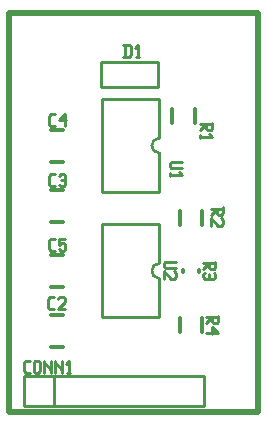
<source format=gbr>
G04 start of page 7 for group -4079 idx -4079 *
G04 Title: (unknown), topsilk *
G04 Creator: pcb 20100929 *
G04 CreationDate: Mon Oct  3 15:02:58 2011 UTC *
G04 For: user1 *
G04 Format: Gerber/RS-274X *
G04 PCB-Dimensions: 200000 300000 *
G04 PCB-Coordinate-Origin: lower left *
%MOIN*%
%FSLAX25Y25*%
%LNFRONTSILK*%
%ADD11C,0.0200*%
%ADD29C,0.0100*%
%ADD30C,0.0130*%
%ADD31C,0.0110*%
G54D11*X51000Y250500D02*Y117500D01*
X134000D01*
Y250500D01*
X51000D01*
G54D29*X82000Y221750D02*X101000D01*
X82000D02*Y190750D01*
X101000D01*
Y221750D02*Y208750D01*
Y203750D02*Y190750D01*
Y208750D02*G75*G03X101000Y203750I0J-2500D01*G01*
G54D30*X112740Y218621D02*Y213897D01*
X105260Y218621D02*Y213897D01*
G54D31*X100566Y234134D02*Y225866D01*
X81472D02*X100566D01*
X81472Y234134D02*Y225866D01*
Y234134D02*X100566D01*
G54D30*X115240Y184362D02*Y179638D01*
X107760Y184362D02*Y179638D01*
X114255Y164893D02*Y164107D01*
X108745Y164893D02*Y164107D01*
X115240Y148862D02*Y144138D01*
X107760Y148862D02*Y144138D01*
G54D29*X82000Y180000D02*X101000D01*
X82000D02*Y149000D01*
X101000D01*
Y180000D02*Y167000D01*
Y162000D02*Y149000D01*
Y167000D02*G75*G03X101000Y162000I0J-2500D01*G01*
G54D30*X65032Y191314D02*X68968D01*
X65032Y180686D02*X68968D01*
X65032Y149814D02*X68968D01*
X65032Y139186D02*X68968D01*
G54D29*X56000Y119500D02*X116000D01*
Y129500D02*Y119500D01*
X56000Y129500D02*X116000D01*
X56000D02*Y119500D01*
X66000Y129500D02*Y119500D01*
X56000Y129500D02*X66000D01*
G54D30*X65032Y211314D02*X68968D01*
X65032Y200686D02*X68968D01*
X65032Y169814D02*X68968D01*
X65032Y159186D02*X68968D01*
G54D29*X105000Y200750D02*X108500D01*
X105000D02*X104500Y200250D01*
Y199250D01*
X105000Y198750D01*
X108500D01*
X104500Y197049D02*Y196049D01*
Y196549D02*X108500D01*
X107500Y197549D02*X108500Y196549D01*
X118650Y213909D02*Y211909D01*
X118150Y211409D01*
X117150D02*X118150D01*
X116650Y211909D02*X117150Y211409D01*
X116650Y213409D02*Y211909D01*
X114650Y213409D02*X118650D01*
X116650D02*X114650Y211409D01*
Y209708D02*Y208708D01*
Y209208D02*X118650D01*
X117650Y210208D02*X118650Y209208D01*
X89531Y239827D02*Y235827D01*
X91031Y239827D02*X91531Y239327D01*
Y236327D01*
X91031Y235827D02*X91531Y236327D01*
X89031Y235827D02*X91031D01*
X89031Y239827D02*X91031D01*
X93232Y235827D02*X94232D01*
X93732Y239827D02*Y235827D01*
X92732Y238827D02*X93732Y239827D01*
X122150Y185693D02*Y183693D01*
X121650Y183193D01*
X120650D02*X121650D01*
X120150Y183693D02*X120650Y183193D01*
X120150Y185193D02*Y183693D01*
X118150Y185193D02*X122150D01*
X120150D02*X118150Y183193D01*
X121650Y181992D02*X122150Y181492D01*
Y179992D01*
X121650Y179492D01*
X120650D02*X121650D01*
X118150Y181992D02*X120650Y179492D01*
X118150Y181992D02*Y179492D01*
X119650Y167607D02*Y165607D01*
X119150Y165107D01*
X118150D02*X119150D01*
X117650Y165607D02*X118150Y165107D01*
X117650Y167107D02*Y165607D01*
X115650Y167107D02*X119650D01*
X117650D02*X115650Y165107D01*
X119150Y163906D02*X119650Y163406D01*
Y162406D01*
X119150Y161906D01*
X116150D02*X119150D01*
X115650Y162406D02*X116150Y161906D01*
X115650Y163406D02*Y162406D01*
X116150Y163906D02*X115650Y163406D01*
X117650D02*Y161906D01*
X120650Y149607D02*Y147607D01*
X120150Y147107D01*
X119150D02*X120150D01*
X118650Y147607D02*X119150Y147107D01*
X118650Y149107D02*Y147607D01*
X116650Y149107D02*X120650D01*
X118650D02*X116650Y147107D01*
X118650Y145906D02*X120650Y143906D01*
X118650Y145906D02*Y143406D01*
X116650Y143906D02*X120650D01*
X103000Y167500D02*X106500D01*
X103000D02*X102500Y167000D01*
Y166000D01*
X103000Y165500D01*
X106500D01*
X106000Y164299D02*X106500Y163799D01*
Y162299D01*
X106000Y161799D01*
X105000D02*X106000D01*
X102500Y164299D02*X105000Y161799D01*
X102500Y164299D02*Y161799D01*
X64850Y192650D02*X66350D01*
X64350Y193150D02*X64850Y192650D01*
X64350Y196150D02*Y193150D01*
Y196150D02*X64850Y196650D01*
X66350D01*
X67551Y196150D02*X68051Y196650D01*
X69051D01*
X69551Y196150D01*
Y193150D01*
X69051Y192650D02*X69551Y193150D01*
X68051Y192650D02*X69051D01*
X67551Y193150D02*X68051Y192650D01*
Y194650D02*X69551D01*
X64393Y151650D02*X65893D01*
X63893Y152150D02*X64393Y151650D01*
X63893Y155150D02*Y152150D01*
Y155150D02*X64393Y155650D01*
X65893D01*
X67094Y155150D02*X67594Y155650D01*
X69094D01*
X69594Y155150D01*
Y154150D01*
X67094Y151650D02*X69594Y154150D01*
X67094Y151650D02*X69594D01*
X56500Y130500D02*X58000D01*
X56000Y131000D02*X56500Y130500D01*
X56000Y134000D02*Y131000D01*
Y134000D02*X56500Y134500D01*
X58000D01*
X59201Y134000D02*Y131000D01*
Y134000D02*X59701Y134500D01*
X60701D01*
X61201Y134000D01*
Y131000D01*
X60701Y130500D02*X61201Y131000D01*
X59701Y130500D02*X60701D01*
X59201Y131000D02*X59701Y130500D01*
X62402Y134500D02*Y130500D01*
Y134500D02*Y134000D01*
X64902Y131500D01*
Y134500D02*Y130500D01*
X66103Y134500D02*Y130500D01*
Y134500D02*Y134000D01*
X68603Y131500D01*
Y134500D02*Y130500D01*
X70304D02*X71304D01*
X70804Y134500D02*Y130500D01*
X69804Y133500D02*X70804Y134500D01*
X64755Y212650D02*X66255D01*
X64255Y213150D02*X64755Y212650D01*
X64255Y216150D02*Y213150D01*
Y216150D02*X64755Y216650D01*
X66255D01*
X67456Y214650D02*X69456Y216650D01*
X67456Y214650D02*X69956D01*
X69456Y216650D02*Y212650D01*
X64850Y171150D02*X66350D01*
X64350Y171650D02*X64850Y171150D01*
X64350Y174650D02*Y171650D01*
Y174650D02*X64850Y175150D01*
X66350D01*
X67551D02*X69551D01*
X67551D02*Y173150D01*
X68051Y173650D01*
X69051D01*
X69551Y173150D01*
Y171650D01*
X69051Y171150D02*X69551Y171650D01*
X68051Y171150D02*X69051D01*
X67551Y171650D02*X68051Y171150D01*
M02*

</source>
